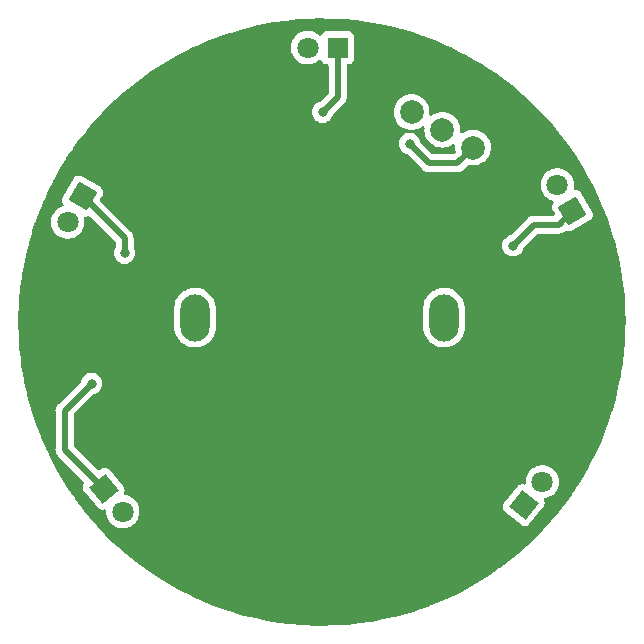
<source format=gbr>
%TF.GenerationSoftware,KiCad,Pcbnew,(6.0.4)*%
%TF.CreationDate,2024-01-19T16:04:25-08:00*%
%TF.ProjectId,Alpenglow_SunnySurprise_PCB,416c7065-6e67-46c6-9f77-5f53756e6e79,rev?*%
%TF.SameCoordinates,Original*%
%TF.FileFunction,Copper,L1,Top*%
%TF.FilePolarity,Positive*%
%FSLAX46Y46*%
G04 Gerber Fmt 4.6, Leading zero omitted, Abs format (unit mm)*
G04 Created by KiCad (PCBNEW (6.0.4)) date 2024-01-19 16:04:25*
%MOMM*%
%LPD*%
G01*
G04 APERTURE LIST*
G04 Aperture macros list*
%AMRotRect*
0 Rectangle, with rotation*
0 The origin of the aperture is its center*
0 $1 length*
0 $2 width*
0 $3 Rotation angle, in degrees counterclockwise*
0 Add horizontal line*
21,1,$1,$2,0,0,$3*%
G04 Aperture macros list end*
%TA.AperFunction,ComponentPad*%
%ADD10R,1.800000X1.800000*%
%TD*%
%TA.AperFunction,ComponentPad*%
%ADD11C,1.800000*%
%TD*%
%TA.AperFunction,ComponentPad*%
%ADD12RotRect,1.800000X1.800000X240.000000*%
%TD*%
%TA.AperFunction,ComponentPad*%
%ADD13RotRect,1.800000X1.800000X120.000000*%
%TD*%
%TA.AperFunction,ComponentPad*%
%ADD14RotRect,1.800000X1.800000X310.000000*%
%TD*%
%TA.AperFunction,ComponentPad*%
%ADD15RotRect,1.800000X1.800000X51.000000*%
%TD*%
%TA.AperFunction,ComponentPad*%
%ADD16O,2.500000X4.000000*%
%TD*%
%TA.AperFunction,ComponentPad*%
%ADD17C,2.000000*%
%TD*%
%TA.AperFunction,ViaPad*%
%ADD18C,0.800000*%
%TD*%
%TA.AperFunction,Conductor*%
%ADD19C,0.508000*%
%TD*%
G04 APERTURE END LIST*
D10*
%TO.P,D1,1,K*%
%TO.N,GND*%
X164592000Y-57404000D03*
D11*
%TO.P,D1,2,A*%
%TO.N,/LED+*%
X162052000Y-57404000D03*
%TD*%
D12*
%TO.P,D2,1,K*%
%TO.N,GND*%
X143002000Y-69977000D03*
D11*
%TO.P,D2,2,A*%
%TO.N,/LED+*%
X141732000Y-72176705D03*
%TD*%
D13*
%TO.P,D3,1,K*%
%TO.N,GND*%
X184480200Y-71221600D03*
D11*
%TO.P,D3,2,A*%
%TO.N,/LED+*%
X183210200Y-69021895D03*
%TD*%
D14*
%TO.P,D4,1,K*%
%TO.N,GND*%
X144780000Y-94742000D03*
D11*
%TO.P,D4,2,A*%
%TO.N,/LED+*%
X146412681Y-96687753D03*
%TD*%
D15*
%TO.P,D5,1,K*%
%TO.N,GND*%
X180340000Y-96139000D03*
D11*
%TO.P,D5,2,A*%
%TO.N,/LED+*%
X181938474Y-94165049D03*
%TD*%
D16*
%TO.P,BT1,1,+*%
%TO.N,VCC*%
X152527000Y-80264000D03*
X173609000Y-80264000D03*
%TD*%
D17*
%TO.P,SW1,1,A*%
%TO.N,unconnected-(SW1-Pad1)*%
X170865924Y-62865448D03*
%TO.P,SW1,2,B*%
%TO.N,VCC*%
X173464000Y-64365448D03*
%TO.P,SW1,3,C*%
%TO.N,/LED+*%
X176062076Y-65865448D03*
%TD*%
D18*
%TO.N,GND*%
X143764000Y-85852000D03*
X163322000Y-62865000D03*
X146558000Y-74803000D03*
X179451000Y-74168000D03*
%TO.N,/LED+*%
X170688000Y-65532000D03*
%TD*%
D19*
%TO.N,GND*%
X163322000Y-62865000D02*
X164592000Y-61595000D01*
X146558000Y-74803000D02*
X146558000Y-73533000D01*
X141478000Y-88138000D02*
X141478000Y-91440000D01*
X179451000Y-74168000D02*
X181229000Y-72390000D01*
X164592000Y-61595000D02*
X164592000Y-57404000D01*
X181229000Y-72390000D02*
X183311800Y-72390000D01*
X183311800Y-72390000D02*
X184480200Y-71221600D01*
X146558000Y-73533000D02*
X143002000Y-69977000D01*
X143764000Y-85852000D02*
X141478000Y-88138000D01*
X141478000Y-91440000D02*
X144780000Y-94742000D01*
%TO.N,/LED+*%
X170688000Y-65532000D02*
X172339000Y-67183000D01*
X174744524Y-67183000D02*
X176062076Y-65865448D01*
X172339000Y-67183000D02*
X174744524Y-67183000D01*
%TD*%
%TA.AperFunction,NonConductor*%
G36*
X163685819Y-54948779D02*
G01*
X164165826Y-54956320D01*
X164170661Y-54956488D01*
X164884498Y-54995148D01*
X165151346Y-55009599D01*
X165156156Y-55009953D01*
X166134020Y-55100667D01*
X166138822Y-55101206D01*
X167112512Y-55229395D01*
X167117250Y-55230111D01*
X167601303Y-55312851D01*
X168085334Y-55395589D01*
X168090086Y-55396496D01*
X169051040Y-55599001D01*
X169055753Y-55600089D01*
X169358738Y-55676193D01*
X170008278Y-55839346D01*
X170012898Y-55840602D01*
X170955509Y-56116240D01*
X170960105Y-56117680D01*
X171762880Y-56386285D01*
X171891453Y-56429305D01*
X171896006Y-56430926D01*
X172056926Y-56491733D01*
X172814694Y-56778070D01*
X172819185Y-56779867D01*
X173723841Y-57162007D01*
X173728253Y-57163970D01*
X174177952Y-57374625D01*
X174617607Y-57580575D01*
X174621940Y-57582707D01*
X174919072Y-57736068D01*
X175494644Y-58033143D01*
X175498899Y-58035444D01*
X176353655Y-58519042D01*
X176357819Y-58521505D01*
X176813552Y-58802971D01*
X177193353Y-59037541D01*
X177197420Y-59040161D01*
X178012574Y-59587922D01*
X178016537Y-59590697D01*
X178810049Y-60169336D01*
X178813902Y-60172261D01*
X179584601Y-60780921D01*
X179588337Y-60783990D01*
X180335129Y-61421811D01*
X180338746Y-61425023D01*
X180971995Y-62009368D01*
X181060468Y-62091009D01*
X181063960Y-62094357D01*
X181759620Y-62787593D01*
X181762980Y-62791073D01*
X182431492Y-63510477D01*
X182434717Y-63514084D01*
X182556886Y-63656118D01*
X183075137Y-64258642D01*
X183078181Y-64262320D01*
X183689569Y-65030939D01*
X183692497Y-65034769D01*
X183854173Y-65254864D01*
X184273908Y-65826265D01*
X184276693Y-65830212D01*
X184827308Y-66643467D01*
X184829926Y-66647501D01*
X185348871Y-67481222D01*
X185351349Y-67485377D01*
X185545607Y-67825947D01*
X185832249Y-68328482D01*
X185837952Y-68338481D01*
X185840258Y-68342712D01*
X186192072Y-69018541D01*
X186293726Y-69213816D01*
X186295874Y-69218142D01*
X186711298Y-70096978D01*
X186715568Y-70106012D01*
X186717545Y-70110410D01*
X186854065Y-70430477D01*
X187102863Y-71013776D01*
X187104675Y-71018261D01*
X187455017Y-71935715D01*
X187456655Y-71940267D01*
X187771528Y-72870519D01*
X187772990Y-72875128D01*
X187982203Y-73581417D01*
X188051908Y-73816739D01*
X188053189Y-73821388D01*
X188234646Y-74533271D01*
X188295765Y-74773050D01*
X188296867Y-74777747D01*
X188302281Y-74803000D01*
X188502733Y-75738025D01*
X188503656Y-75742774D01*
X188672504Y-76710226D01*
X188673241Y-76714988D01*
X188789270Y-77573152D01*
X188804828Y-77688223D01*
X188805383Y-77693016D01*
X188892194Y-78594582D01*
X188899512Y-78670587D01*
X188899881Y-78675387D01*
X188932944Y-79248794D01*
X188956414Y-79655845D01*
X188956600Y-79660679D01*
X188975462Y-80643015D01*
X188975476Y-80646973D01*
X188967851Y-81271048D01*
X188967740Y-81275005D01*
X188924883Y-82256576D01*
X188924579Y-82261404D01*
X188844110Y-83240173D01*
X188843621Y-83244984D01*
X188764100Y-83902120D01*
X188725640Y-84219937D01*
X188724970Y-84224709D01*
X188626288Y-84840798D01*
X188569640Y-85194459D01*
X188568783Y-85199220D01*
X188376355Y-86162227D01*
X188375317Y-86166952D01*
X188146049Y-87121924D01*
X188144829Y-87126606D01*
X187885637Y-88048715D01*
X187879084Y-88072027D01*
X187877689Y-88076647D01*
X187783017Y-88369758D01*
X187575836Y-89011201D01*
X187574261Y-89015775D01*
X187260360Y-89873552D01*
X187236757Y-89938050D01*
X187235022Y-89942523D01*
X186862361Y-90851164D01*
X186860440Y-90855603D01*
X186453181Y-91749252D01*
X186451091Y-91753615D01*
X186009828Y-92630968D01*
X186007572Y-92635248D01*
X185766198Y-93072497D01*
X185545862Y-93471636D01*
X185532941Y-93495042D01*
X185530530Y-93499218D01*
X185420267Y-93682003D01*
X185023254Y-94340138D01*
X185020676Y-94344232D01*
X184952704Y-94447710D01*
X184657112Y-94897706D01*
X184481498Y-95165052D01*
X184478770Y-95169037D01*
X184417375Y-95255110D01*
X183908451Y-95968594D01*
X183905566Y-95972477D01*
X183350138Y-96691118D01*
X183305029Y-96749482D01*
X183301998Y-96753253D01*
X182672030Y-97506685D01*
X182668856Y-97510336D01*
X182010439Y-98239021D01*
X182007127Y-98242547D01*
X181321252Y-98945390D01*
X181317808Y-98948787D01*
X180605418Y-99624820D01*
X180601845Y-99628082D01*
X179864063Y-100276239D01*
X179860368Y-100279362D01*
X179098220Y-100898743D01*
X179094413Y-100901717D01*
X178660859Y-101227239D01*
X178309062Y-101491376D01*
X178305138Y-101494206D01*
X177497733Y-102053278D01*
X177493704Y-102055955D01*
X176665429Y-102583625D01*
X176661300Y-102586146D01*
X175813357Y-103081644D01*
X175809154Y-103083992D01*
X174942841Y-103546560D01*
X174938531Y-103548756D01*
X174055095Y-103977730D01*
X174050737Y-103979744D01*
X173151443Y-104374506D01*
X173147005Y-104376353D01*
X172307071Y-104707212D01*
X172233247Y-104736292D01*
X172228713Y-104737978D01*
X171301831Y-105062568D01*
X171297235Y-105064079D01*
X170358568Y-105352850D01*
X170353918Y-105354183D01*
X169818986Y-105496518D01*
X169404857Y-105606709D01*
X169400196Y-105607854D01*
X168442123Y-105823765D01*
X168437403Y-105824734D01*
X167471746Y-106003709D01*
X167466991Y-106004496D01*
X167262949Y-106034262D01*
X166495213Y-106146262D01*
X166490413Y-106146869D01*
X166002140Y-106199050D01*
X165513846Y-106251234D01*
X165509069Y-106251651D01*
X164920136Y-106291801D01*
X164529280Y-106318447D01*
X164524448Y-106318684D01*
X164033609Y-106333252D01*
X163542758Y-106347820D01*
X163537947Y-106347870D01*
X162859967Y-106341953D01*
X162555914Y-106339299D01*
X162551079Y-106339164D01*
X162116799Y-106318684D01*
X161570102Y-106292902D01*
X161565291Y-106292584D01*
X160586762Y-106208694D01*
X160581968Y-106208190D01*
X159607420Y-106086804D01*
X159602635Y-106086114D01*
X158633476Y-105927408D01*
X158628718Y-105926535D01*
X157666340Y-105730737D01*
X157661618Y-105729681D01*
X156707489Y-105497089D01*
X156702812Y-105495853D01*
X156082020Y-105319016D01*
X155758317Y-105226807D01*
X155753698Y-105225395D01*
X154820215Y-104920286D01*
X154815646Y-104918695D01*
X153894569Y-104577978D01*
X153890065Y-104576213D01*
X152982737Y-104200386D01*
X152978304Y-104198449D01*
X152492489Y-103974999D01*
X152086068Y-103788066D01*
X152081741Y-103785974D01*
X151205910Y-103341640D01*
X151201647Y-103339373D01*
X150970617Y-103210783D01*
X150343546Y-102861760D01*
X150339365Y-102859327D01*
X149885915Y-102583625D01*
X149500208Y-102349111D01*
X149496151Y-102346537D01*
X148677166Y-101804462D01*
X148673192Y-101801720D01*
X147875702Y-101228664D01*
X147871828Y-101225767D01*
X147096866Y-100622477D01*
X147093106Y-100619432D01*
X146685551Y-100276239D01*
X146341891Y-99986850D01*
X146338268Y-99983678D01*
X145611885Y-99322720D01*
X145608370Y-99319396D01*
X144907888Y-98631033D01*
X144904504Y-98627577D01*
X144406808Y-98099436D01*
X144230990Y-97912863D01*
X144227748Y-97909288D01*
X143582141Y-97169214D01*
X143579065Y-97165548D01*
X143165670Y-96653222D01*
X142962343Y-96401235D01*
X142959378Y-96397413D01*
X142372454Y-95609995D01*
X142369638Y-95606061D01*
X142337776Y-95559701D01*
X141813371Y-94796687D01*
X141810740Y-94792698D01*
X141285948Y-93962560D01*
X141283446Y-93958428D01*
X140790923Y-93108779D01*
X140788578Y-93104548D01*
X140329047Y-92236647D01*
X140326865Y-92232329D01*
X139968722Y-91488163D01*
X139932649Y-91413208D01*
X140710776Y-91413208D01*
X140711369Y-91420500D01*
X140711369Y-91420503D01*
X140715085Y-91466183D01*
X140715500Y-91476398D01*
X140715500Y-91484525D01*
X140718811Y-91512924D01*
X140719238Y-91517244D01*
X140725191Y-91590426D01*
X140727447Y-91597388D01*
X140728643Y-91603376D01*
X140730051Y-91609333D01*
X140730899Y-91616607D01*
X140733397Y-91623489D01*
X140733398Y-91623493D01*
X140755945Y-91685607D01*
X140757355Y-91689711D01*
X140779987Y-91759575D01*
X140783787Y-91765838D01*
X140786325Y-91771380D01*
X140789067Y-91776856D01*
X140791566Y-91783741D01*
X140795581Y-91789865D01*
X140831815Y-91845132D01*
X140834130Y-91848800D01*
X140872227Y-91911581D01*
X140875941Y-91915786D01*
X140875943Y-91915789D01*
X140879667Y-91920005D01*
X140879638Y-91920031D01*
X140882238Y-91922962D01*
X140885042Y-91926316D01*
X140889054Y-91932435D01*
X140894366Y-91937467D01*
X140945586Y-91985988D01*
X140948028Y-91988366D01*
X143102242Y-94142580D01*
X143136268Y-94204892D01*
X143131203Y-94275707D01*
X143114268Y-94306845D01*
X143110497Y-94311918D01*
X143105029Y-94317620D01*
X143101146Y-94324496D01*
X143101146Y-94324497D01*
X143076926Y-94367393D01*
X143033414Y-94444457D01*
X143031373Y-94453194D01*
X143031372Y-94453196D01*
X143005732Y-94562946D01*
X143000277Y-94586294D01*
X143008281Y-94731732D01*
X143011270Y-94740195D01*
X143011270Y-94740197D01*
X143054152Y-94861630D01*
X143056782Y-94869077D01*
X143061175Y-94875639D01*
X143061176Y-94875641D01*
X143075948Y-94897706D01*
X143091578Y-94921054D01*
X143093763Y-94923658D01*
X143093769Y-94923666D01*
X144071467Y-96088840D01*
X144310475Y-96373679D01*
X144355620Y-96416971D01*
X144362495Y-96420853D01*
X144362498Y-96420855D01*
X144426373Y-96456920D01*
X144482457Y-96488586D01*
X144491194Y-96490627D01*
X144491196Y-96490628D01*
X144615556Y-96519682D01*
X144615559Y-96519682D01*
X144624294Y-96521723D01*
X144769732Y-96513719D01*
X144780634Y-96509869D01*
X144835808Y-96490386D01*
X144906701Y-96486564D01*
X144968407Y-96521677D01*
X145001334Y-96584576D01*
X145003050Y-96622585D01*
X144999776Y-96653222D01*
X145000073Y-96658375D01*
X145000073Y-96658378D01*
X145005748Y-96756794D01*
X145013108Y-96884450D01*
X145014245Y-96889496D01*
X145014246Y-96889502D01*
X145044952Y-97025753D01*
X145064027Y-97110395D01*
X145065969Y-97115177D01*
X145065970Y-97115181D01*
X145149221Y-97320203D01*
X145151165Y-97324990D01*
X145272182Y-97522472D01*
X145423828Y-97697537D01*
X145602030Y-97845483D01*
X145802003Y-97962337D01*
X146018375Y-98044962D01*
X146023441Y-98045993D01*
X146023442Y-98045993D01*
X146076527Y-98056793D01*
X146245337Y-98091138D01*
X146376005Y-98095929D01*
X146471630Y-98099436D01*
X146471634Y-98099436D01*
X146476794Y-98099625D01*
X146481914Y-98098969D01*
X146481916Y-98098969D01*
X146554951Y-98089613D01*
X146706528Y-98070195D01*
X146711476Y-98068710D01*
X146711483Y-98068709D01*
X146923428Y-98005122D01*
X146928371Y-98003639D01*
X147008917Y-97964180D01*
X147131730Y-97904015D01*
X147131733Y-97904013D01*
X147136365Y-97901744D01*
X147324924Y-97767247D01*
X147488984Y-97603758D01*
X147624139Y-97415670D01*
X147671322Y-97320203D01*
X147724465Y-97212675D01*
X147724466Y-97212673D01*
X147726759Y-97208033D01*
X147794089Y-96986424D01*
X147824321Y-96756794D01*
X147826008Y-96687753D01*
X147812354Y-96521677D01*
X147807454Y-96462071D01*
X147807453Y-96462065D01*
X147807030Y-96456920D01*
X147776267Y-96334448D01*
X147774080Y-96325742D01*
X178563266Y-96325742D01*
X178598873Y-96466980D01*
X178603418Y-96474712D01*
X178603420Y-96474716D01*
X178668686Y-96585737D01*
X178672690Y-96592548D01*
X178716764Y-96636930D01*
X180190441Y-97830290D01*
X180243016Y-97864173D01*
X180250511Y-97866673D01*
X180250512Y-97866674D01*
X180290837Y-97880127D01*
X180381188Y-97910270D01*
X180390159Y-97910607D01*
X180390160Y-97910607D01*
X180460680Y-97913254D01*
X180526742Y-97915734D01*
X180667980Y-97880127D01*
X180675712Y-97875582D01*
X180675716Y-97875580D01*
X180786737Y-97810314D01*
X180793548Y-97806310D01*
X180837930Y-97762236D01*
X182031290Y-96288559D01*
X182065173Y-96235984D01*
X182076175Y-96203008D01*
X182108429Y-96106327D01*
X182111270Y-96097812D01*
X182116734Y-95952258D01*
X182081127Y-95811020D01*
X182044394Y-95748534D01*
X182027115Y-95679673D01*
X182049808Y-95612401D01*
X182105268Y-95568077D01*
X182137002Y-95559702D01*
X182232321Y-95547491D01*
X182237269Y-95546006D01*
X182237276Y-95546005D01*
X182449221Y-95482418D01*
X182454164Y-95480935D01*
X182622172Y-95398629D01*
X182657523Y-95381311D01*
X182657526Y-95381309D01*
X182662158Y-95379040D01*
X182850717Y-95244543D01*
X183014777Y-95081054D01*
X183149932Y-94892966D01*
X183158495Y-94875641D01*
X183250258Y-94689971D01*
X183250259Y-94689969D01*
X183252552Y-94685329D01*
X183319882Y-94463720D01*
X183350114Y-94234090D01*
X183350196Y-94230740D01*
X183351719Y-94168414D01*
X183351719Y-94168410D01*
X183351801Y-94165049D01*
X183345506Y-94088483D01*
X183333247Y-93939367D01*
X183333246Y-93939361D01*
X183332823Y-93934216D01*
X183276399Y-93709582D01*
X183274340Y-93704846D01*
X183186104Y-93501917D01*
X183186102Y-93501914D01*
X183184044Y-93497180D01*
X183058238Y-93302714D01*
X182902361Y-93131407D01*
X182898310Y-93128208D01*
X182898306Y-93128204D01*
X182724651Y-92991060D01*
X182724646Y-92991057D01*
X182720597Y-92987859D01*
X182716081Y-92985366D01*
X182716078Y-92985364D01*
X182522353Y-92878422D01*
X182522349Y-92878420D01*
X182517829Y-92875925D01*
X182512960Y-92874201D01*
X182512956Y-92874199D01*
X182304377Y-92800337D01*
X182304373Y-92800336D01*
X182299502Y-92798611D01*
X182294409Y-92797704D01*
X182294406Y-92797703D01*
X182076569Y-92758900D01*
X182076563Y-92758899D01*
X182071480Y-92757994D01*
X181998570Y-92757103D01*
X181845055Y-92755228D01*
X181845053Y-92755228D01*
X181839885Y-92755165D01*
X181610938Y-92790199D01*
X181390788Y-92862155D01*
X181386200Y-92864543D01*
X181386196Y-92864545D01*
X181359539Y-92878422D01*
X181185346Y-92969101D01*
X181181213Y-92972204D01*
X181181210Y-92972206D01*
X181004264Y-93105061D01*
X181000129Y-93108166D01*
X180840113Y-93275613D01*
X180837199Y-93279885D01*
X180837198Y-93279886D01*
X180821626Y-93302714D01*
X180709593Y-93466948D01*
X180612076Y-93677030D01*
X180550181Y-93900218D01*
X180525569Y-94130518D01*
X180525866Y-94135671D01*
X180525866Y-94135675D01*
X180533259Y-94263901D01*
X180517211Y-94333060D01*
X180466320Y-94382564D01*
X180396745Y-94396696D01*
X180367592Y-94390676D01*
X180307333Y-94370572D01*
X180307328Y-94370571D01*
X180298812Y-94367730D01*
X180289841Y-94367393D01*
X180289840Y-94367393D01*
X180219320Y-94364746D01*
X180153258Y-94362266D01*
X180012020Y-94397873D01*
X180004288Y-94402418D01*
X180004284Y-94402420D01*
X179893263Y-94467686D01*
X179886452Y-94471690D01*
X179842070Y-94515764D01*
X178648710Y-95989441D01*
X178646860Y-95992312D01*
X178646859Y-95992313D01*
X178626038Y-96024621D01*
X178614827Y-96042016D01*
X178568730Y-96180188D01*
X178563266Y-96325742D01*
X147774080Y-96325742D01*
X147751865Y-96237297D01*
X147751864Y-96237293D01*
X147750606Y-96232286D01*
X147737876Y-96203008D01*
X147660311Y-96024621D01*
X147660309Y-96024618D01*
X147658251Y-96019884D01*
X147532445Y-95825418D01*
X147376568Y-95654111D01*
X147372517Y-95650912D01*
X147372513Y-95650908D01*
X147198858Y-95513764D01*
X147198853Y-95513761D01*
X147194804Y-95510563D01*
X147190288Y-95508070D01*
X147190285Y-95508068D01*
X146996560Y-95401126D01*
X146996556Y-95401124D01*
X146992036Y-95398629D01*
X146987167Y-95396905D01*
X146987163Y-95396903D01*
X146778584Y-95323041D01*
X146778580Y-95323040D01*
X146773709Y-95321315D01*
X146768616Y-95320408D01*
X146768613Y-95320407D01*
X146672674Y-95303318D01*
X146579649Y-95286748D01*
X146516092Y-95255110D01*
X146479729Y-95194133D01*
X146482106Y-95123176D01*
X146492027Y-95100752D01*
X146522173Y-95047360D01*
X146522174Y-95047356D01*
X146526586Y-95039543D01*
X146553658Y-94923666D01*
X146557682Y-94906444D01*
X146557682Y-94906441D01*
X146559723Y-94897706D01*
X146551719Y-94752268D01*
X146547457Y-94740197D01*
X146505848Y-94622370D01*
X146505847Y-94622369D01*
X146503218Y-94614923D01*
X146468422Y-94562946D01*
X146466237Y-94560342D01*
X146466231Y-94560334D01*
X145251715Y-93112931D01*
X145249525Y-93110321D01*
X145204380Y-93067029D01*
X145197505Y-93063147D01*
X145197502Y-93063145D01*
X145085357Y-92999826D01*
X145077543Y-92995414D01*
X145068806Y-92993373D01*
X145068804Y-92993372D01*
X144944444Y-92964318D01*
X144944441Y-92964318D01*
X144935706Y-92962277D01*
X144790268Y-92970281D01*
X144781805Y-92973270D01*
X144781803Y-92973270D01*
X144660370Y-93016152D01*
X144660369Y-93016153D01*
X144652923Y-93018782D01*
X144600946Y-93053578D01*
X144598342Y-93055763D01*
X144598334Y-93055769D01*
X144455020Y-93176024D01*
X144389979Y-93204488D01*
X144319875Y-93193271D01*
X144284934Y-93168597D01*
X142277405Y-91161067D01*
X142243379Y-91098755D01*
X142240500Y-91071972D01*
X142240500Y-88506028D01*
X142260502Y-88437907D01*
X142277405Y-88416933D01*
X143927515Y-86766823D01*
X143990412Y-86732672D01*
X144039824Y-86722169D01*
X144039833Y-86722166D01*
X144046288Y-86720794D01*
X144117333Y-86689163D01*
X144214722Y-86645803D01*
X144214724Y-86645802D01*
X144220752Y-86643118D01*
X144375253Y-86530866D01*
X144503040Y-86388944D01*
X144598527Y-86223556D01*
X144657542Y-86041928D01*
X144677504Y-85852000D01*
X144663976Y-85723285D01*
X144658232Y-85668635D01*
X144658232Y-85668633D01*
X144657542Y-85662072D01*
X144598527Y-85480444D01*
X144503040Y-85315056D01*
X144375253Y-85173134D01*
X144220752Y-85060882D01*
X144214724Y-85058198D01*
X144214722Y-85058197D01*
X144052319Y-84985891D01*
X144052318Y-84985891D01*
X144046288Y-84983206D01*
X143952887Y-84963353D01*
X143865944Y-84944872D01*
X143865939Y-84944872D01*
X143859487Y-84943500D01*
X143668513Y-84943500D01*
X143662061Y-84944872D01*
X143662056Y-84944872D01*
X143575113Y-84963353D01*
X143481712Y-84983206D01*
X143475682Y-84985891D01*
X143475681Y-84985891D01*
X143313278Y-85058197D01*
X143313276Y-85058198D01*
X143307248Y-85060882D01*
X143152747Y-85173134D01*
X143024960Y-85315056D01*
X142929473Y-85480444D01*
X142927431Y-85486729D01*
X142877335Y-85640907D01*
X142846597Y-85691066D01*
X140986472Y-87551190D01*
X140972059Y-87563577D01*
X140954436Y-87576546D01*
X140949692Y-87582129D01*
X140949693Y-87582129D01*
X140920021Y-87617055D01*
X140913091Y-87624571D01*
X140907347Y-87630315D01*
X140905073Y-87633189D01*
X140905067Y-87633196D01*
X140889628Y-87652711D01*
X140886837Y-87656115D01*
X140844055Y-87706472D01*
X140844052Y-87706476D01*
X140839316Y-87712051D01*
X140835988Y-87718568D01*
X140832611Y-87723632D01*
X140829384Y-87728856D01*
X140824840Y-87734600D01*
X140821741Y-87741231D01*
X140793768Y-87801082D01*
X140791837Y-87805033D01*
X140758457Y-87870404D01*
X140756716Y-87877519D01*
X140754579Y-87883265D01*
X140752655Y-87889048D01*
X140749556Y-87895679D01*
X140748066Y-87902843D01*
X140734608Y-87967547D01*
X140733639Y-87971829D01*
X140716196Y-88043112D01*
X140715500Y-88054330D01*
X140715461Y-88054328D01*
X140715228Y-88058229D01*
X140714839Y-88062588D01*
X140713348Y-88069756D01*
X140713546Y-88077073D01*
X140715454Y-88147577D01*
X140715500Y-88150986D01*
X140715500Y-91372624D01*
X140714067Y-91391574D01*
X140711876Y-91405973D01*
X140711876Y-91405979D01*
X140710776Y-91413208D01*
X139932649Y-91413208D01*
X139900968Y-91347379D01*
X139898957Y-91342987D01*
X139507353Y-90442360D01*
X139505510Y-90437888D01*
X139455608Y-90309896D01*
X139148774Y-89522904D01*
X139147107Y-89518375D01*
X138825748Y-88590345D01*
X138824253Y-88585744D01*
X138538762Y-87646082D01*
X138537445Y-87641428D01*
X138401770Y-87124266D01*
X138288224Y-86691455D01*
X138287096Y-86686788D01*
X138276555Y-86639237D01*
X138074541Y-85728012D01*
X138073587Y-85723285D01*
X138063656Y-85668635D01*
X137939092Y-84983206D01*
X137897984Y-84757004D01*
X137897211Y-84752229D01*
X137821455Y-84219937D01*
X137758836Y-83779957D01*
X137758248Y-83775169D01*
X137703459Y-83244986D01*
X137657293Y-82798241D01*
X137656891Y-82793444D01*
X137653405Y-82739526D01*
X137593518Y-81813451D01*
X137593298Y-81808619D01*
X137585991Y-81529577D01*
X137574227Y-81080354D01*
X150768500Y-81080354D01*
X150782939Y-81274652D01*
X150783968Y-81279200D01*
X150783969Y-81279206D01*
X150826147Y-81465601D01*
X150840623Y-81529577D01*
X150935353Y-81773177D01*
X151065049Y-82000098D01*
X151226862Y-82205357D01*
X151417237Y-82384443D01*
X151631991Y-82533424D01*
X151636181Y-82535490D01*
X151636184Y-82535492D01*
X151862219Y-82646960D01*
X151862222Y-82646961D01*
X151866407Y-82649025D01*
X151870850Y-82650447D01*
X151870852Y-82650448D01*
X152110877Y-82727280D01*
X152115335Y-82728707D01*
X152373307Y-82770721D01*
X152487058Y-82772210D01*
X152629978Y-82774081D01*
X152629981Y-82774081D01*
X152634655Y-82774142D01*
X152893638Y-82738896D01*
X153144567Y-82665757D01*
X153180862Y-82649025D01*
X153199112Y-82640611D01*
X153381928Y-82556332D01*
X153431976Y-82523519D01*
X153596596Y-82415590D01*
X153596601Y-82415586D01*
X153600509Y-82413024D01*
X153795506Y-82238982D01*
X153962637Y-82038030D01*
X153988117Y-81996040D01*
X154095804Y-81818578D01*
X154095806Y-81818574D01*
X154098229Y-81814581D01*
X154199303Y-81573545D01*
X154263641Y-81320217D01*
X154285500Y-81103133D01*
X154285500Y-81080354D01*
X171850500Y-81080354D01*
X171864939Y-81274652D01*
X171865968Y-81279200D01*
X171865969Y-81279206D01*
X171908147Y-81465601D01*
X171922623Y-81529577D01*
X172017353Y-81773177D01*
X172147049Y-82000098D01*
X172308862Y-82205357D01*
X172499237Y-82384443D01*
X172713991Y-82533424D01*
X172718181Y-82535490D01*
X172718184Y-82535492D01*
X172944219Y-82646960D01*
X172944222Y-82646961D01*
X172948407Y-82649025D01*
X172952850Y-82650447D01*
X172952852Y-82650448D01*
X173192877Y-82727280D01*
X173197335Y-82728707D01*
X173455307Y-82770721D01*
X173569058Y-82772210D01*
X173711978Y-82774081D01*
X173711981Y-82774081D01*
X173716655Y-82774142D01*
X173975638Y-82738896D01*
X174226567Y-82665757D01*
X174262862Y-82649025D01*
X174281112Y-82640611D01*
X174463928Y-82556332D01*
X174513976Y-82523519D01*
X174678596Y-82415590D01*
X174678601Y-82415586D01*
X174682509Y-82413024D01*
X174877506Y-82238982D01*
X175044637Y-82038030D01*
X175070117Y-81996040D01*
X175177804Y-81818578D01*
X175177806Y-81818574D01*
X175180229Y-81814581D01*
X175281303Y-81573545D01*
X175345641Y-81320217D01*
X175367500Y-81103133D01*
X175367500Y-79447646D01*
X175353061Y-79253348D01*
X175341725Y-79203248D01*
X175296408Y-79002980D01*
X175295377Y-78998423D01*
X175200647Y-78754823D01*
X175070951Y-78527902D01*
X174909138Y-78322643D01*
X174718763Y-78143557D01*
X174504009Y-77994576D01*
X174499816Y-77992508D01*
X174273781Y-77881040D01*
X174273778Y-77881039D01*
X174269593Y-77878975D01*
X174245842Y-77871372D01*
X174025123Y-77800720D01*
X174020665Y-77799293D01*
X173762693Y-77757279D01*
X173648942Y-77755790D01*
X173506022Y-77753919D01*
X173506019Y-77753919D01*
X173501345Y-77753858D01*
X173242362Y-77789104D01*
X172991433Y-77862243D01*
X172987180Y-77864203D01*
X172987179Y-77864204D01*
X172950659Y-77881040D01*
X172754072Y-77971668D01*
X172715067Y-77997241D01*
X172539404Y-78112410D01*
X172539399Y-78112414D01*
X172535491Y-78114976D01*
X172340494Y-78289018D01*
X172173363Y-78489970D01*
X172170934Y-78493973D01*
X172060835Y-78675411D01*
X172037771Y-78713419D01*
X171936697Y-78954455D01*
X171872359Y-79207783D01*
X171850500Y-79424867D01*
X171850500Y-81080354D01*
X154285500Y-81080354D01*
X154285500Y-79447646D01*
X154271061Y-79253348D01*
X154259725Y-79203248D01*
X154214408Y-79002980D01*
X154213377Y-78998423D01*
X154118647Y-78754823D01*
X153988951Y-78527902D01*
X153827138Y-78322643D01*
X153636763Y-78143557D01*
X153422009Y-77994576D01*
X153417816Y-77992508D01*
X153191781Y-77881040D01*
X153191778Y-77881039D01*
X153187593Y-77878975D01*
X153163842Y-77871372D01*
X152943123Y-77800720D01*
X152938665Y-77799293D01*
X152680693Y-77757279D01*
X152566942Y-77755790D01*
X152424022Y-77753919D01*
X152424019Y-77753919D01*
X152419345Y-77753858D01*
X152160362Y-77789104D01*
X151909433Y-77862243D01*
X151905180Y-77864203D01*
X151905179Y-77864204D01*
X151868659Y-77881040D01*
X151672072Y-77971668D01*
X151633067Y-77997241D01*
X151457404Y-78112410D01*
X151457399Y-78112414D01*
X151453491Y-78114976D01*
X151258494Y-78289018D01*
X151091363Y-78489970D01*
X151088934Y-78493973D01*
X150978835Y-78675411D01*
X150955771Y-78713419D01*
X150854697Y-78954455D01*
X150790359Y-79207783D01*
X150768500Y-79424867D01*
X150768500Y-81080354D01*
X137574227Y-81080354D01*
X137567589Y-80826847D01*
X137567555Y-80822035D01*
X137569695Y-80646973D01*
X137579555Y-79840004D01*
X137579706Y-79835191D01*
X137588547Y-79660679D01*
X137629393Y-78854344D01*
X137629730Y-78849535D01*
X137635877Y-78780666D01*
X137717029Y-77871371D01*
X137717551Y-77866563D01*
X137725986Y-77800720D01*
X137842343Y-76892408D01*
X137843047Y-76887645D01*
X137898504Y-76556251D01*
X138005138Y-75919031D01*
X138006026Y-75914287D01*
X138205178Y-74952618D01*
X138206250Y-74947900D01*
X138442171Y-73994590D01*
X138443423Y-73989917D01*
X138686085Y-73149193D01*
X138715765Y-73046365D01*
X138717194Y-73041746D01*
X138761155Y-72908821D01*
X139014699Y-72142174D01*
X140319095Y-72142174D01*
X140319392Y-72147327D01*
X140319392Y-72147330D01*
X140325067Y-72245746D01*
X140332427Y-72373402D01*
X140333564Y-72378448D01*
X140333565Y-72378454D01*
X140365741Y-72521228D01*
X140383346Y-72599347D01*
X140385288Y-72604129D01*
X140385289Y-72604133D01*
X140468540Y-72809155D01*
X140470484Y-72813942D01*
X140591501Y-73011424D01*
X140743147Y-73186489D01*
X140921349Y-73334435D01*
X141121322Y-73451289D01*
X141126147Y-73453131D01*
X141126148Y-73453132D01*
X141138658Y-73457909D01*
X141337694Y-73533914D01*
X141342760Y-73534945D01*
X141342761Y-73534945D01*
X141395846Y-73545745D01*
X141564656Y-73580090D01*
X141695324Y-73584881D01*
X141790949Y-73588388D01*
X141790953Y-73588388D01*
X141796113Y-73588577D01*
X141801233Y-73587921D01*
X141801235Y-73587921D01*
X141874270Y-73578565D01*
X142025847Y-73559147D01*
X142030795Y-73557662D01*
X142030802Y-73557661D01*
X142242747Y-73494074D01*
X142247690Y-73492591D01*
X142328236Y-73453132D01*
X142451049Y-73392967D01*
X142451052Y-73392965D01*
X142455684Y-73390696D01*
X142644243Y-73256199D01*
X142808303Y-73092710D01*
X142816233Y-73081675D01*
X142869875Y-73007023D01*
X142943458Y-72904622D01*
X142959189Y-72872794D01*
X143043784Y-72701627D01*
X143043785Y-72701625D01*
X143046078Y-72696985D01*
X143113408Y-72475376D01*
X143143640Y-72245746D01*
X143145327Y-72176705D01*
X143128254Y-71969040D01*
X143126773Y-71951023D01*
X143126772Y-71951017D01*
X143126349Y-71945872D01*
X143105567Y-71863135D01*
X143108371Y-71792194D01*
X143149084Y-71734031D01*
X143214780Y-71707112D01*
X143248456Y-71708150D01*
X143278976Y-71713230D01*
X143310910Y-71718545D01*
X143310912Y-71718545D01*
X143319768Y-71720019D01*
X143464386Y-71702647D01*
X143515559Y-71680767D01*
X143586059Y-71672378D01*
X143654189Y-71707527D01*
X145758595Y-73811933D01*
X145792621Y-73874245D01*
X145795500Y-73901028D01*
X145795500Y-74272929D01*
X145778619Y-74335928D01*
X145723473Y-74431444D01*
X145664458Y-74613072D01*
X145644496Y-74803000D01*
X145645186Y-74809565D01*
X145661187Y-74961803D01*
X145664458Y-74992928D01*
X145723473Y-75174556D01*
X145818960Y-75339944D01*
X145946747Y-75481866D01*
X146101248Y-75594118D01*
X146107276Y-75596802D01*
X146107278Y-75596803D01*
X146269681Y-75669109D01*
X146275712Y-75671794D01*
X146369113Y-75691647D01*
X146456056Y-75710128D01*
X146456061Y-75710128D01*
X146462513Y-75711500D01*
X146653487Y-75711500D01*
X146659939Y-75710128D01*
X146659944Y-75710128D01*
X146746887Y-75691647D01*
X146840288Y-75671794D01*
X146846319Y-75669109D01*
X147008722Y-75596803D01*
X147008724Y-75596802D01*
X147014752Y-75594118D01*
X147169253Y-75481866D01*
X147297040Y-75339944D01*
X147392527Y-75174556D01*
X147451542Y-74992928D01*
X147454814Y-74961803D01*
X147470814Y-74809565D01*
X147471504Y-74803000D01*
X147451542Y-74613072D01*
X147392527Y-74431444D01*
X147337381Y-74335928D01*
X147320500Y-74272929D01*
X147320500Y-74168000D01*
X178537496Y-74168000D01*
X178557458Y-74357928D01*
X178616473Y-74539556D01*
X178711960Y-74704944D01*
X178839747Y-74846866D01*
X178938843Y-74918864D01*
X178985302Y-74952618D01*
X178994248Y-74959118D01*
X179000276Y-74961802D01*
X179000278Y-74961803D01*
X179162681Y-75034109D01*
X179168712Y-75036794D01*
X179262113Y-75056647D01*
X179349056Y-75075128D01*
X179349061Y-75075128D01*
X179355513Y-75076500D01*
X179546487Y-75076500D01*
X179552939Y-75075128D01*
X179552944Y-75075128D01*
X179639887Y-75056647D01*
X179733288Y-75036794D01*
X179739319Y-75034109D01*
X179901722Y-74961803D01*
X179901724Y-74961802D01*
X179907752Y-74959118D01*
X179916699Y-74952618D01*
X179963157Y-74918864D01*
X180062253Y-74846866D01*
X180190040Y-74704944D01*
X180285527Y-74539556D01*
X180337665Y-74379093D01*
X180368403Y-74328935D01*
X181507933Y-73189405D01*
X181570245Y-73155379D01*
X181597028Y-73152500D01*
X183244424Y-73152500D01*
X183263374Y-73153933D01*
X183277773Y-73156124D01*
X183277779Y-73156124D01*
X183285008Y-73157224D01*
X183292300Y-73156631D01*
X183292303Y-73156631D01*
X183337983Y-73152915D01*
X183348198Y-73152500D01*
X183356325Y-73152500D01*
X183359961Y-73152076D01*
X183359963Y-73152076D01*
X183363415Y-73151673D01*
X183384724Y-73149189D01*
X183389044Y-73148762D01*
X183462226Y-73142809D01*
X183469188Y-73140553D01*
X183475176Y-73139357D01*
X183481133Y-73137949D01*
X183488407Y-73137101D01*
X183495289Y-73134603D01*
X183495293Y-73134602D01*
X183557407Y-73112055D01*
X183561511Y-73110645D01*
X183631375Y-73088013D01*
X183637638Y-73084213D01*
X183643180Y-73081675D01*
X183648656Y-73078933D01*
X183655541Y-73076434D01*
X183684863Y-73057210D01*
X183716932Y-73036185D01*
X183720600Y-73033870D01*
X183783381Y-72995773D01*
X183787586Y-72992059D01*
X183787589Y-72992057D01*
X183791805Y-72988333D01*
X183791831Y-72988362D01*
X183794762Y-72985762D01*
X183798116Y-72982958D01*
X183804235Y-72978946D01*
X183826839Y-72955084D01*
X183888206Y-72919386D01*
X183959133Y-72922533D01*
X183967846Y-72925882D01*
X184017814Y-72947247D01*
X184162432Y-72964619D01*
X184171288Y-72963145D01*
X184171290Y-72963145D01*
X184298323Y-72942002D01*
X184298326Y-72942001D01*
X184306113Y-72940705D01*
X184363342Y-72915464D01*
X186005558Y-71967330D01*
X186056032Y-71930389D01*
X186067045Y-71917006D01*
X186100751Y-71876043D01*
X186148583Y-71817914D01*
X186205847Y-71683986D01*
X186223219Y-71539368D01*
X186199305Y-71395687D01*
X186174064Y-71338458D01*
X185225930Y-69696242D01*
X185188989Y-69645768D01*
X185182886Y-69640746D01*
X185182884Y-69640744D01*
X185109996Y-69580768D01*
X185076514Y-69553217D01*
X184942586Y-69495953D01*
X184797968Y-69478581D01*
X184789112Y-69480055D01*
X184789110Y-69480055D01*
X184730315Y-69489841D01*
X184659834Y-69481295D01*
X184605163Y-69436000D01*
X184583659Y-69368339D01*
X184589069Y-69328923D01*
X184590105Y-69325512D01*
X184591608Y-69320566D01*
X184621840Y-69090936D01*
X184623527Y-69021895D01*
X184615886Y-68928950D01*
X184604973Y-68796213D01*
X184604972Y-68796207D01*
X184604549Y-68791062D01*
X184548125Y-68566428D01*
X184546066Y-68561692D01*
X184457830Y-68358763D01*
X184457828Y-68358760D01*
X184455770Y-68354026D01*
X184329964Y-68159560D01*
X184174087Y-67988253D01*
X184170036Y-67985054D01*
X184170032Y-67985050D01*
X183996377Y-67847906D01*
X183996372Y-67847903D01*
X183992323Y-67844705D01*
X183987807Y-67842212D01*
X183987804Y-67842210D01*
X183794079Y-67735268D01*
X183794075Y-67735266D01*
X183789555Y-67732771D01*
X183784686Y-67731047D01*
X183784682Y-67731045D01*
X183576103Y-67657183D01*
X183576099Y-67657182D01*
X183571228Y-67655457D01*
X183566135Y-67654550D01*
X183566132Y-67654549D01*
X183348295Y-67615746D01*
X183348289Y-67615745D01*
X183343206Y-67614840D01*
X183270296Y-67613949D01*
X183116781Y-67612074D01*
X183116779Y-67612074D01*
X183111611Y-67612011D01*
X182882664Y-67647045D01*
X182662514Y-67719001D01*
X182657926Y-67721389D01*
X182657922Y-67721391D01*
X182465261Y-67821684D01*
X182457072Y-67825947D01*
X182452939Y-67829050D01*
X182452936Y-67829052D01*
X182275990Y-67961907D01*
X182271855Y-67965012D01*
X182111839Y-68132459D01*
X182108925Y-68136731D01*
X182108924Y-68136732D01*
X182093352Y-68159560D01*
X181981319Y-68323794D01*
X181883802Y-68533876D01*
X181821907Y-68757064D01*
X181797295Y-68987364D01*
X181797592Y-68992517D01*
X181797592Y-68992520D01*
X181803267Y-69090936D01*
X181810627Y-69218592D01*
X181811764Y-69223638D01*
X181811765Y-69223644D01*
X181835491Y-69328923D01*
X181861546Y-69444537D01*
X181863488Y-69449319D01*
X181863489Y-69449323D01*
X181941217Y-69640744D01*
X181948684Y-69659132D01*
X181967149Y-69689264D01*
X182041221Y-69810138D01*
X182069701Y-69856614D01*
X182221347Y-70031679D01*
X182399549Y-70179625D01*
X182599522Y-70296479D01*
X182604347Y-70298321D01*
X182604348Y-70298322D01*
X182643658Y-70313333D01*
X182803274Y-70374285D01*
X182859776Y-70417272D01*
X182884069Y-70483983D01*
X182868439Y-70553237D01*
X182855623Y-70572050D01*
X182811817Y-70625286D01*
X182754553Y-70759214D01*
X182737181Y-70903832D01*
X182738655Y-70912688D01*
X182738655Y-70912690D01*
X182755480Y-71013776D01*
X182761095Y-71047513D01*
X182786336Y-71104742D01*
X182797201Y-71123560D01*
X182979031Y-71438500D01*
X182995769Y-71507495D01*
X182972549Y-71574587D01*
X182916741Y-71618474D01*
X182869912Y-71627500D01*
X181296376Y-71627500D01*
X181277426Y-71626067D01*
X181263027Y-71623876D01*
X181263021Y-71623876D01*
X181255792Y-71622776D01*
X181248500Y-71623369D01*
X181248497Y-71623369D01*
X181202817Y-71627085D01*
X181192602Y-71627500D01*
X181184475Y-71627500D01*
X181180839Y-71627924D01*
X181180837Y-71627924D01*
X181177385Y-71628327D01*
X181156076Y-71630811D01*
X181151756Y-71631238D01*
X181078574Y-71637191D01*
X181071612Y-71639447D01*
X181065624Y-71640643D01*
X181059667Y-71642051D01*
X181052393Y-71642899D01*
X181045511Y-71645397D01*
X181045507Y-71645398D01*
X180983393Y-71667945D01*
X180979289Y-71669355D01*
X180909425Y-71691987D01*
X180903162Y-71695787D01*
X180897620Y-71698325D01*
X180892144Y-71701067D01*
X180885259Y-71703566D01*
X180879135Y-71707581D01*
X180823868Y-71743815D01*
X180820200Y-71746130D01*
X180757419Y-71784227D01*
X180753214Y-71787941D01*
X180753211Y-71787943D01*
X180748995Y-71791667D01*
X180748969Y-71791638D01*
X180746038Y-71794238D01*
X180742684Y-71797042D01*
X180736565Y-71801054D01*
X180714024Y-71824849D01*
X180683012Y-71857586D01*
X180680634Y-71860028D01*
X179287485Y-73253177D01*
X179224588Y-73287328D01*
X179175176Y-73297831D01*
X179175167Y-73297834D01*
X179168712Y-73299206D01*
X179162682Y-73301891D01*
X179162681Y-73301891D01*
X179000278Y-73374197D01*
X179000276Y-73374198D01*
X178994248Y-73376882D01*
X178839747Y-73489134D01*
X178835326Y-73494044D01*
X178835325Y-73494045D01*
X178739592Y-73600368D01*
X178711960Y-73631056D01*
X178616473Y-73796444D01*
X178557458Y-73978072D01*
X178537496Y-74168000D01*
X147320500Y-74168000D01*
X147320500Y-73600368D01*
X147321933Y-73581417D01*
X147324123Y-73567024D01*
X147324123Y-73567022D01*
X147325223Y-73559792D01*
X147324237Y-73547661D01*
X147320915Y-73506825D01*
X147320500Y-73496611D01*
X147320500Y-73488475D01*
X147317190Y-73460084D01*
X147316757Y-73455709D01*
X147311403Y-73389872D01*
X147311402Y-73389869D01*
X147310809Y-73382573D01*
X147308554Y-73375611D01*
X147307354Y-73369607D01*
X147305948Y-73363660D01*
X147305101Y-73356393D01*
X147280053Y-73287387D01*
X147278625Y-73283227D01*
X147258268Y-73220387D01*
X147258266Y-73220382D01*
X147256012Y-73213425D01*
X147252218Y-73207173D01*
X147249666Y-73201598D01*
X147246930Y-73196135D01*
X147244434Y-73189259D01*
X147211260Y-73138660D01*
X147204181Y-73127863D01*
X147201834Y-73124144D01*
X147163772Y-73061419D01*
X147156332Y-73052994D01*
X147156360Y-73052969D01*
X147153766Y-73050044D01*
X147150961Y-73046690D01*
X147146946Y-73040565D01*
X147090413Y-72987011D01*
X147087972Y-72984634D01*
X144496158Y-70392820D01*
X144462132Y-70330508D01*
X144467197Y-70259693D01*
X144476134Y-70240725D01*
X144509904Y-70182235D01*
X144695864Y-69860142D01*
X144721105Y-69802913D01*
X144745019Y-69659232D01*
X144727647Y-69514614D01*
X144670383Y-69380686D01*
X144577832Y-69268211D01*
X144527358Y-69231270D01*
X142885142Y-68283136D01*
X142827913Y-68257895D01*
X142820126Y-68256599D01*
X142820123Y-68256598D01*
X142693090Y-68235455D01*
X142693088Y-68235455D01*
X142684232Y-68233981D01*
X142539614Y-68251353D01*
X142405686Y-68308617D01*
X142387242Y-68323794D01*
X142299316Y-68396144D01*
X142299314Y-68396146D01*
X142293211Y-68401168D01*
X142256270Y-68451642D01*
X141308136Y-70093858D01*
X141282895Y-70151087D01*
X141281599Y-70158874D01*
X141281598Y-70158877D01*
X141262745Y-70272151D01*
X141258981Y-70294768D01*
X141276353Y-70439386D01*
X141333617Y-70573314D01*
X141379580Y-70629172D01*
X141407418Y-70694480D01*
X141395527Y-70764474D01*
X141347683Y-70816928D01*
X141321429Y-70828995D01*
X141184314Y-70873811D01*
X141179726Y-70876199D01*
X141179722Y-70876201D01*
X140983461Y-70978368D01*
X140978872Y-70980757D01*
X140974739Y-70983860D01*
X140974736Y-70983862D01*
X140797790Y-71116717D01*
X140793655Y-71119822D01*
X140633639Y-71287269D01*
X140503119Y-71478604D01*
X140405602Y-71688686D01*
X140343707Y-71911874D01*
X140319095Y-72142174D01*
X139014699Y-72142174D01*
X139025568Y-72109310D01*
X139027170Y-72104762D01*
X139077915Y-71969040D01*
X139371100Y-71184879D01*
X139372881Y-71180381D01*
X139455087Y-70983862D01*
X139751869Y-70274381D01*
X139753815Y-70269968D01*
X139794540Y-70182235D01*
X140108270Y-69506361D01*
X140167313Y-69379164D01*
X140169434Y-69374816D01*
X140483265Y-68761536D01*
X140616819Y-68500550D01*
X140619098Y-68496299D01*
X140644159Y-68451642D01*
X140925874Y-67949631D01*
X141099703Y-67639872D01*
X141102151Y-67635699D01*
X141615298Y-66798319D01*
X141617905Y-66794244D01*
X141983780Y-66245637D01*
X142162792Y-65977219D01*
X142165549Y-65973252D01*
X142211858Y-65909279D01*
X142741418Y-65177721D01*
X142744303Y-65173891D01*
X143260694Y-64515313D01*
X143350306Y-64401027D01*
X143353364Y-64397278D01*
X143988562Y-63648279D01*
X143991761Y-63644651D01*
X144609447Y-62970564D01*
X144655229Y-62920602D01*
X144658560Y-62917103D01*
X145349364Y-62219028D01*
X145352832Y-62215656D01*
X145757129Y-61837321D01*
X146069908Y-61544627D01*
X146073493Y-61541399D01*
X146207842Y-61425023D01*
X146815801Y-60898393D01*
X146819517Y-60895297D01*
X147585955Y-60281264D01*
X147589788Y-60278312D01*
X148379253Y-59694139D01*
X148383197Y-59691337D01*
X148534798Y-59587922D01*
X149194482Y-59137916D01*
X149198519Y-59135274D01*
X150030456Y-58613402D01*
X150034589Y-58610918D01*
X150885962Y-58121357D01*
X150890201Y-58119026D01*
X151619627Y-57736068D01*
X151759747Y-57662503D01*
X151764038Y-57660355D01*
X152373894Y-57369469D01*
X160639095Y-57369469D01*
X160652427Y-57600697D01*
X160653564Y-57605743D01*
X160653565Y-57605749D01*
X160682934Y-57736068D01*
X160703346Y-57826642D01*
X160790484Y-58041237D01*
X160911501Y-58238719D01*
X161063147Y-58413784D01*
X161241349Y-58561730D01*
X161441322Y-58678584D01*
X161657694Y-58761209D01*
X161662760Y-58762240D01*
X161662761Y-58762240D01*
X161715846Y-58773040D01*
X161884656Y-58807385D01*
X162014089Y-58812131D01*
X162110949Y-58815683D01*
X162110953Y-58815683D01*
X162116113Y-58815872D01*
X162121233Y-58815216D01*
X162121235Y-58815216D01*
X162195166Y-58805745D01*
X162345847Y-58786442D01*
X162350795Y-58784957D01*
X162350802Y-58784956D01*
X162562747Y-58721369D01*
X162567690Y-58719886D01*
X162648236Y-58680427D01*
X162771049Y-58620262D01*
X162771052Y-58620260D01*
X162775684Y-58617991D01*
X162964243Y-58483494D01*
X163009309Y-58438585D01*
X163071681Y-58404669D01*
X163142487Y-58409857D01*
X163199249Y-58452503D01*
X163216231Y-58483607D01*
X163241385Y-58550705D01*
X163328739Y-58667261D01*
X163445295Y-58754615D01*
X163581684Y-58805745D01*
X163643866Y-58812500D01*
X163703500Y-58812500D01*
X163771621Y-58832502D01*
X163818114Y-58886158D01*
X163829500Y-58938500D01*
X163829500Y-61226972D01*
X163809498Y-61295093D01*
X163792595Y-61316068D01*
X163158483Y-61950179D01*
X163095586Y-61984330D01*
X163039712Y-61996206D01*
X163033682Y-61998891D01*
X163033681Y-61998891D01*
X162871278Y-62071197D01*
X162871276Y-62071198D01*
X162865248Y-62073882D01*
X162859907Y-62077762D01*
X162859906Y-62077763D01*
X162825604Y-62102685D01*
X162710747Y-62186134D01*
X162706326Y-62191044D01*
X162706325Y-62191045D01*
X162682672Y-62217315D01*
X162582960Y-62328056D01*
X162487473Y-62493444D01*
X162428458Y-62675072D01*
X162408496Y-62865000D01*
X162409186Y-62871565D01*
X162426563Y-63036895D01*
X162428458Y-63054928D01*
X162487473Y-63236556D01*
X162582960Y-63401944D01*
X162710747Y-63543866D01*
X162800395Y-63608999D01*
X162854459Y-63648279D01*
X162865248Y-63656118D01*
X162871276Y-63658802D01*
X162871278Y-63658803D01*
X163033681Y-63731109D01*
X163039712Y-63733794D01*
X163119013Y-63750650D01*
X163220056Y-63772128D01*
X163220061Y-63772128D01*
X163226513Y-63773500D01*
X163417487Y-63773500D01*
X163423939Y-63772128D01*
X163423944Y-63772128D01*
X163524987Y-63750650D01*
X163604288Y-63733794D01*
X163610319Y-63731109D01*
X163772722Y-63658803D01*
X163772724Y-63658802D01*
X163778752Y-63656118D01*
X163789542Y-63648279D01*
X163843605Y-63608999D01*
X163933253Y-63543866D01*
X164061040Y-63401944D01*
X164156527Y-63236556D01*
X164208665Y-63076093D01*
X164239403Y-63025935D01*
X164399890Y-62865448D01*
X169352759Y-62865448D01*
X169371389Y-63102159D01*
X169372543Y-63106966D01*
X169372544Y-63106972D01*
X169382249Y-63147396D01*
X169426819Y-63333042D01*
X169428712Y-63337613D01*
X169428713Y-63337615D01*
X169514145Y-63543866D01*
X169517684Y-63552411D01*
X169520270Y-63556631D01*
X169639165Y-63750650D01*
X169639169Y-63750656D01*
X169641748Y-63754864D01*
X169795955Y-63935417D01*
X169976508Y-64089624D01*
X169980716Y-64092203D01*
X169980722Y-64092207D01*
X170132137Y-64184994D01*
X170178961Y-64213688D01*
X170183531Y-64215581D01*
X170183535Y-64215583D01*
X170393757Y-64302659D01*
X170398330Y-64304553D01*
X170478533Y-64323808D01*
X170624400Y-64358828D01*
X170624406Y-64358829D01*
X170629213Y-64359983D01*
X170763159Y-64370525D01*
X170780477Y-64371888D01*
X170795728Y-64377701D01*
X170802516Y-64375132D01*
X170821987Y-64375155D01*
X170865924Y-64378613D01*
X171102635Y-64359983D01*
X171107442Y-64358829D01*
X171107448Y-64358828D01*
X171253315Y-64323808D01*
X171333518Y-64304553D01*
X171338091Y-64302659D01*
X171548313Y-64215583D01*
X171548317Y-64215581D01*
X171552887Y-64213688D01*
X171599711Y-64184994D01*
X171751126Y-64092207D01*
X171751132Y-64092203D01*
X171755340Y-64089624D01*
X171759100Y-64086413D01*
X171763109Y-64083500D01*
X171764216Y-64085024D01*
X171821654Y-64059275D01*
X171891856Y-64069869D01*
X171945186Y-64116735D01*
X171964713Y-64184994D01*
X171964328Y-64194001D01*
X171955537Y-64305708D01*
X171950835Y-64365448D01*
X171969465Y-64602159D01*
X171970619Y-64606966D01*
X171970620Y-64606972D01*
X171986141Y-64671621D01*
X172024895Y-64833042D01*
X172026788Y-64837613D01*
X172026789Y-64837615D01*
X172108458Y-65034782D01*
X172115760Y-65052411D01*
X172118346Y-65056631D01*
X172237241Y-65250650D01*
X172237245Y-65250656D01*
X172239824Y-65254864D01*
X172394031Y-65435417D01*
X172574584Y-65589624D01*
X172578792Y-65592203D01*
X172578798Y-65592207D01*
X172730213Y-65684994D01*
X172777037Y-65713688D01*
X172781607Y-65715581D01*
X172781611Y-65715583D01*
X172991833Y-65802659D01*
X172996406Y-65804553D01*
X173076609Y-65823808D01*
X173222476Y-65858828D01*
X173222482Y-65858829D01*
X173227289Y-65859983D01*
X173464000Y-65878613D01*
X173700711Y-65859983D01*
X173705518Y-65858829D01*
X173705524Y-65858828D01*
X173851391Y-65823808D01*
X173931594Y-65804553D01*
X173936167Y-65802659D01*
X174146389Y-65715583D01*
X174146393Y-65715581D01*
X174150963Y-65713688D01*
X174197787Y-65684994D01*
X174349202Y-65592207D01*
X174349208Y-65592203D01*
X174353416Y-65589624D01*
X174357176Y-65586413D01*
X174361185Y-65583500D01*
X174362292Y-65585024D01*
X174419730Y-65559275D01*
X174489932Y-65569869D01*
X174543262Y-65616735D01*
X174562789Y-65684994D01*
X174562404Y-65694001D01*
X174553613Y-65805708D01*
X174548911Y-65865448D01*
X174567541Y-66102159D01*
X174568695Y-66106966D01*
X174568696Y-66106972D01*
X174585817Y-66178284D01*
X174582270Y-66249192D01*
X174552393Y-66296793D01*
X174465591Y-66383595D01*
X174403279Y-66417621D01*
X174376496Y-66420500D01*
X172707028Y-66420500D01*
X172638907Y-66400498D01*
X172617933Y-66383595D01*
X171605403Y-65371065D01*
X171574665Y-65320907D01*
X171557621Y-65268452D01*
X171522527Y-65160444D01*
X171427040Y-64995056D01*
X171299253Y-64853134D01*
X171144752Y-64740882D01*
X171138724Y-64738198D01*
X171138722Y-64738197D01*
X170976319Y-64665891D01*
X170976318Y-64665891D01*
X170970288Y-64663206D01*
X170789942Y-64624872D01*
X170785906Y-64624014D01*
X170782636Y-64622249D01*
X170770591Y-64623500D01*
X170592513Y-64623500D01*
X170586061Y-64624872D01*
X170586056Y-64624872D01*
X170508903Y-64641272D01*
X170405712Y-64663206D01*
X170399682Y-64665891D01*
X170399681Y-64665891D01*
X170237278Y-64738197D01*
X170237276Y-64738198D01*
X170231248Y-64740882D01*
X170076747Y-64853134D01*
X169948960Y-64995056D01*
X169853473Y-65160444D01*
X169794458Y-65342072D01*
X169774496Y-65532000D01*
X169794458Y-65721928D01*
X169853473Y-65903556D01*
X169948960Y-66068944D01*
X169953378Y-66073851D01*
X169953379Y-66073852D01*
X170047410Y-66178284D01*
X170076747Y-66210866D01*
X170231248Y-66323118D01*
X170237276Y-66325802D01*
X170237278Y-66325803D01*
X170367082Y-66383595D01*
X170405712Y-66400794D01*
X170412167Y-66402166D01*
X170412176Y-66402169D01*
X170461588Y-66412672D01*
X170524485Y-66446823D01*
X171752190Y-67674528D01*
X171764577Y-67688941D01*
X171777546Y-67706564D01*
X171806362Y-67731045D01*
X171818055Y-67740979D01*
X171825571Y-67747909D01*
X171831315Y-67753653D01*
X171834189Y-67755927D01*
X171834196Y-67755933D01*
X171853711Y-67771372D01*
X171857115Y-67774163D01*
X171907472Y-67816945D01*
X171907476Y-67816948D01*
X171913051Y-67821684D01*
X171919568Y-67825012D01*
X171924632Y-67828389D01*
X171929856Y-67831616D01*
X171935600Y-67836160D01*
X172002104Y-67867242D01*
X172006001Y-67869147D01*
X172071404Y-67902543D01*
X172078518Y-67904284D01*
X172084252Y-67906416D01*
X172090048Y-67908344D01*
X172096680Y-67911444D01*
X172168555Y-67926394D01*
X172172839Y-67927364D01*
X172244112Y-67944804D01*
X172249714Y-67945152D01*
X172249717Y-67945152D01*
X172255330Y-67945500D01*
X172255328Y-67945537D01*
X172259227Y-67945773D01*
X172263598Y-67946163D01*
X172270757Y-67947652D01*
X172348577Y-67945546D01*
X172351986Y-67945500D01*
X174677148Y-67945500D01*
X174696098Y-67946933D01*
X174710497Y-67949124D01*
X174710503Y-67949124D01*
X174717732Y-67950224D01*
X174725024Y-67949631D01*
X174725027Y-67949631D01*
X174770707Y-67945915D01*
X174780922Y-67945500D01*
X174789049Y-67945500D01*
X174792685Y-67945076D01*
X174792687Y-67945076D01*
X174796139Y-67944673D01*
X174817448Y-67942189D01*
X174821768Y-67941762D01*
X174894950Y-67935809D01*
X174901912Y-67933553D01*
X174907900Y-67932357D01*
X174913857Y-67930949D01*
X174921131Y-67930101D01*
X174928013Y-67927603D01*
X174928017Y-67927602D01*
X174990131Y-67905055D01*
X174994235Y-67903645D01*
X175064099Y-67881013D01*
X175070362Y-67877213D01*
X175075904Y-67874675D01*
X175081380Y-67871933D01*
X175088265Y-67869434D01*
X175149656Y-67829185D01*
X175153324Y-67826870D01*
X175216105Y-67788773D01*
X175220310Y-67785059D01*
X175220313Y-67785057D01*
X175224529Y-67781333D01*
X175224555Y-67781362D01*
X175227486Y-67778762D01*
X175230840Y-67775958D01*
X175236959Y-67771946D01*
X175290513Y-67715413D01*
X175292890Y-67712972D01*
X175630731Y-67375131D01*
X175693043Y-67341105D01*
X175749239Y-67341707D01*
X175775312Y-67347967D01*
X175820552Y-67358828D01*
X175820558Y-67358829D01*
X175825365Y-67359983D01*
X176062076Y-67378613D01*
X176298787Y-67359983D01*
X176303594Y-67358829D01*
X176303600Y-67358828D01*
X176449467Y-67323808D01*
X176529670Y-67304553D01*
X176534243Y-67302659D01*
X176744465Y-67215583D01*
X176744469Y-67215581D01*
X176749039Y-67213688D01*
X176900982Y-67120577D01*
X176947278Y-67092207D01*
X176947284Y-67092203D01*
X176951492Y-67089624D01*
X177132045Y-66935417D01*
X177286252Y-66754864D01*
X177288831Y-66750656D01*
X177288835Y-66750650D01*
X177407730Y-66556631D01*
X177410316Y-66552411D01*
X177466148Y-66417621D01*
X177499287Y-66337615D01*
X177499288Y-66337613D01*
X177501181Y-66333042D01*
X177556611Y-66102159D01*
X177575241Y-65865448D01*
X177556611Y-65628737D01*
X177546117Y-65585024D01*
X177502336Y-65402666D01*
X177501181Y-65397854D01*
X177480451Y-65347807D01*
X177412211Y-65183059D01*
X177412209Y-65183055D01*
X177410316Y-65178485D01*
X177395753Y-65154721D01*
X177288835Y-64980246D01*
X177288831Y-64980240D01*
X177286252Y-64976032D01*
X177132045Y-64795479D01*
X176951492Y-64641272D01*
X176947284Y-64638693D01*
X176947278Y-64638689D01*
X176753259Y-64519794D01*
X176749039Y-64517208D01*
X176744469Y-64515315D01*
X176744465Y-64515313D01*
X176534243Y-64428237D01*
X176534241Y-64428236D01*
X176529670Y-64426343D01*
X176424221Y-64401027D01*
X176303600Y-64372068D01*
X176303594Y-64372067D01*
X176298787Y-64370913D01*
X176062076Y-64352283D01*
X175825365Y-64370913D01*
X175820558Y-64372067D01*
X175820552Y-64372068D01*
X175699931Y-64401027D01*
X175594482Y-64426343D01*
X175589911Y-64428236D01*
X175589909Y-64428237D01*
X175379687Y-64515313D01*
X175379683Y-64515315D01*
X175375113Y-64517208D01*
X175370893Y-64519794D01*
X175176874Y-64638689D01*
X175176868Y-64638693D01*
X175172660Y-64641272D01*
X175168903Y-64644481D01*
X175164891Y-64647396D01*
X175163784Y-64645872D01*
X175106346Y-64671621D01*
X175036144Y-64661027D01*
X174982814Y-64614161D01*
X174963287Y-64545902D01*
X174963672Y-64536895D01*
X174976777Y-64370378D01*
X174977165Y-64365448D01*
X174958535Y-64128737D01*
X174948041Y-64085024D01*
X174904260Y-63902666D01*
X174903105Y-63897854D01*
X174901211Y-63893281D01*
X174814135Y-63683059D01*
X174814133Y-63683055D01*
X174812240Y-63678485D01*
X174800179Y-63658803D01*
X174690759Y-63480246D01*
X174690755Y-63480240D01*
X174688176Y-63476032D01*
X174533969Y-63295479D01*
X174353416Y-63141272D01*
X174349208Y-63138693D01*
X174349202Y-63138689D01*
X174155183Y-63019794D01*
X174150963Y-63017208D01*
X174146393Y-63015315D01*
X174146389Y-63015313D01*
X173936167Y-62928237D01*
X173936165Y-62928236D01*
X173931594Y-62926343D01*
X173851391Y-62907088D01*
X173705524Y-62872068D01*
X173705518Y-62872067D01*
X173700711Y-62870913D01*
X173464000Y-62852283D01*
X173227289Y-62870913D01*
X173222482Y-62872067D01*
X173222476Y-62872068D01*
X173076609Y-62907088D01*
X172996406Y-62926343D01*
X172991835Y-62928236D01*
X172991833Y-62928237D01*
X172781611Y-63015313D01*
X172781607Y-63015315D01*
X172777037Y-63017208D01*
X172772817Y-63019794D01*
X172578798Y-63138689D01*
X172578792Y-63138693D01*
X172574584Y-63141272D01*
X172570827Y-63144481D01*
X172566815Y-63147396D01*
X172565708Y-63145872D01*
X172508270Y-63171621D01*
X172438068Y-63161027D01*
X172384738Y-63114161D01*
X172365211Y-63045902D01*
X172365596Y-63036895D01*
X172378701Y-62870378D01*
X172379089Y-62865448D01*
X172360459Y-62628737D01*
X172305029Y-62397854D01*
X172303135Y-62393281D01*
X172216059Y-62183059D01*
X172216057Y-62183055D01*
X172214164Y-62178485D01*
X172208611Y-62169423D01*
X172092683Y-61980246D01*
X172092679Y-61980240D01*
X172090100Y-61976032D01*
X171935893Y-61795479D01*
X171755340Y-61641272D01*
X171751132Y-61638693D01*
X171751126Y-61638689D01*
X171557107Y-61519794D01*
X171552887Y-61517208D01*
X171548317Y-61515315D01*
X171548313Y-61515313D01*
X171338091Y-61428237D01*
X171338089Y-61428236D01*
X171333518Y-61426343D01*
X171253315Y-61407088D01*
X171107448Y-61372068D01*
X171107442Y-61372067D01*
X171102635Y-61370913D01*
X170865924Y-61352283D01*
X170629213Y-61370913D01*
X170624406Y-61372067D01*
X170624400Y-61372068D01*
X170478533Y-61407088D01*
X170398330Y-61426343D01*
X170393759Y-61428236D01*
X170393757Y-61428237D01*
X170183535Y-61515313D01*
X170183531Y-61515315D01*
X170178961Y-61517208D01*
X170174741Y-61519794D01*
X169980722Y-61638689D01*
X169980716Y-61638693D01*
X169976508Y-61641272D01*
X169795955Y-61795479D01*
X169641748Y-61976032D01*
X169639169Y-61980240D01*
X169639165Y-61980246D01*
X169523237Y-62169423D01*
X169517684Y-62178485D01*
X169515791Y-62183055D01*
X169515789Y-62183059D01*
X169428713Y-62393281D01*
X169426819Y-62397854D01*
X169371389Y-62628737D01*
X169352759Y-62865448D01*
X164399890Y-62865448D01*
X165083528Y-62181810D01*
X165097941Y-62169423D01*
X165109665Y-62160795D01*
X165115564Y-62156454D01*
X165149979Y-62115945D01*
X165156909Y-62108429D01*
X165162653Y-62102685D01*
X165164927Y-62099811D01*
X165164933Y-62099804D01*
X165180372Y-62080289D01*
X165183163Y-62076885D01*
X165225945Y-62026528D01*
X165225948Y-62026524D01*
X165230684Y-62020949D01*
X165234012Y-62014432D01*
X165237389Y-62009368D01*
X165240616Y-62004144D01*
X165245160Y-61998400D01*
X165276232Y-61931918D01*
X165278163Y-61927967D01*
X165308213Y-61869117D01*
X165311543Y-61862596D01*
X165313284Y-61855481D01*
X165315421Y-61849735D01*
X165317345Y-61843952D01*
X165320444Y-61837321D01*
X165335394Y-61765443D01*
X165336363Y-61761162D01*
X165352470Y-61695339D01*
X165353804Y-61689888D01*
X165354500Y-61678670D01*
X165354539Y-61678672D01*
X165354772Y-61674771D01*
X165355161Y-61670412D01*
X165356652Y-61663244D01*
X165355988Y-61638689D01*
X165354546Y-61585423D01*
X165354500Y-61582014D01*
X165354500Y-58938500D01*
X165374502Y-58870379D01*
X165428158Y-58823886D01*
X165480500Y-58812500D01*
X165540134Y-58812500D01*
X165602316Y-58805745D01*
X165738705Y-58754615D01*
X165855261Y-58667261D01*
X165942615Y-58550705D01*
X165993745Y-58414316D01*
X166000500Y-58352134D01*
X166000500Y-56455866D01*
X165993745Y-56393684D01*
X165942615Y-56257295D01*
X165855261Y-56140739D01*
X165738705Y-56053385D01*
X165602316Y-56002255D01*
X165540134Y-55995500D01*
X163643866Y-55995500D01*
X163581684Y-56002255D01*
X163445295Y-56053385D01*
X163328739Y-56140739D01*
X163241385Y-56257295D01*
X163238233Y-56265703D01*
X163238232Y-56265705D01*
X163217538Y-56320906D01*
X163174897Y-56377671D01*
X163108335Y-56402371D01*
X163038986Y-56387164D01*
X163016167Y-56370666D01*
X163015887Y-56370358D01*
X162883373Y-56265705D01*
X162838177Y-56230011D01*
X162838172Y-56230008D01*
X162834123Y-56226810D01*
X162829607Y-56224317D01*
X162829604Y-56224315D01*
X162635879Y-56117373D01*
X162635875Y-56117371D01*
X162631355Y-56114876D01*
X162626486Y-56113152D01*
X162626482Y-56113150D01*
X162417903Y-56039288D01*
X162417899Y-56039287D01*
X162413028Y-56037562D01*
X162407935Y-56036655D01*
X162407932Y-56036654D01*
X162190095Y-55997851D01*
X162190089Y-55997850D01*
X162185006Y-55996945D01*
X162112096Y-55996054D01*
X161958581Y-55994179D01*
X161958579Y-55994179D01*
X161953411Y-55994116D01*
X161724464Y-56029150D01*
X161504314Y-56101106D01*
X161499726Y-56103494D01*
X161499722Y-56103496D01*
X161303461Y-56205663D01*
X161298872Y-56208052D01*
X161294739Y-56211155D01*
X161294736Y-56211157D01*
X161117790Y-56344012D01*
X161113655Y-56347117D01*
X160953639Y-56514564D01*
X160823119Y-56705899D01*
X160725602Y-56915981D01*
X160663707Y-57139169D01*
X160639095Y-57369469D01*
X152373894Y-57369469D01*
X152650475Y-57237547D01*
X152654851Y-57235562D01*
X153556852Y-56847099D01*
X153561310Y-56845280D01*
X154477563Y-56491727D01*
X154482074Y-56490084D01*
X155137432Y-56265705D01*
X155411230Y-56171963D01*
X155415836Y-56170484D01*
X155532917Y-56135358D01*
X156356512Y-55888268D01*
X156361125Y-55886980D01*
X157311943Y-55641082D01*
X157316649Y-55639961D01*
X157504508Y-55599001D01*
X158276221Y-55430740D01*
X158280917Y-55429811D01*
X159247793Y-55257585D01*
X159252534Y-55256834D01*
X160225317Y-55121849D01*
X160230104Y-55121278D01*
X161207353Y-55023736D01*
X161212139Y-55023350D01*
X162192410Y-54963394D01*
X162197203Y-54963193D01*
X163179098Y-54940911D01*
X163183898Y-54940895D01*
X163685819Y-54948779D01*
G37*
%TD.AperFunction*%
M02*

</source>
